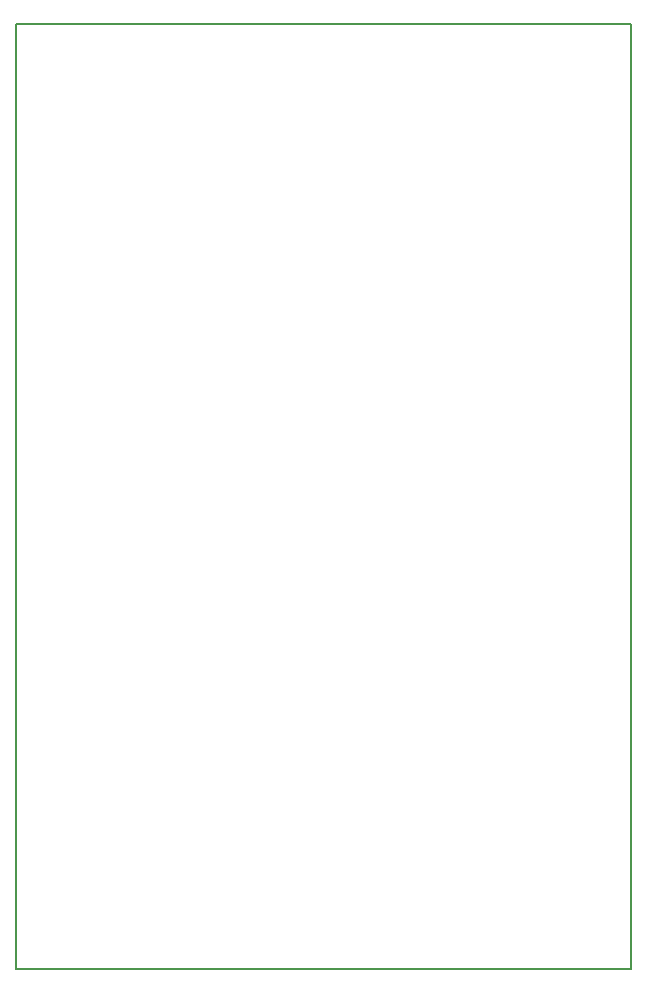
<source format=gm1>
G04*
G04 #@! TF.GenerationSoftware,Altium Limited,Altium Designer,19.0.14 (431)*
G04*
G04 Layer_Color=11511158*
%FSLAX25Y25*%
%MOIN*%
G70*
G01*
G75*
%ADD10C,0.00700*%
D10*
X204724Y0D02*
X204724Y314961D01*
X0D02*
X204724D01*
X0Y0D02*
X204724D01*
X-0Y314961D02*
X0Y144380D01*
X-0Y0D02*
X0Y144380D01*
X204724Y0D02*
X204724Y314961D01*
X0D02*
X204724D01*
X0Y0D02*
X204724D01*
X-0Y314961D02*
X0Y144380D01*
X-0Y0D02*
X0Y144380D01*
M02*

</source>
